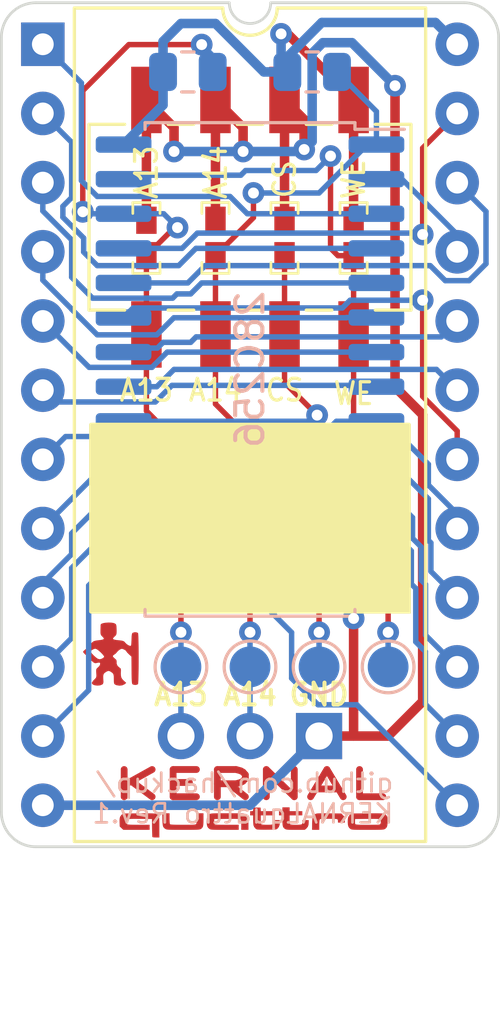
<source format=kicad_pcb>
(kicad_pcb (version 20211014) (generator pcbnew)
  (title_block (title "KERNALquattro") (rev "1") (company "www.hackup.net"))
  (layers (0 "F.Cu" signal) (31 "B.Cu" signal) (34 "B.Paste" user) (35 "F.Paste" user) (36 "B.SilkS" user "B.Silkscreen") (37 "F.SilkS" user "F.Silkscreen") (38 "B.Mask" user) (39 "F.Mask" user) (44 "Edge.Cuts" user))
  (net 0 "")
  (net 1 "/A7")
  (net 2 "/A6")
  (net 3 "/A5")
  (net 4 "/A4")
  (net 5 "/A3")
  (net 6 "/A2")
  (net 7 "/A1")
  (net 8 "/A0")
  (net 9 "/D0")
  (net 10 "/D1")
  (net 11 "/D2")
  (net 12 "GND")
  (net 13 "/D3")
  (net 14 "/D4")
  (net 15 "/D5")
  (net 16 "/D6")
  (net 17 "/D7")
  (net 18 "/A11")
  (net 19 "/A10")
  (net 20 "/A12")
  (net 21 "/A9")
  (net 22 "/A8")
  (net 23 "+5V")
  (net 24 "/A14")
  (net 25 "/A13")
  (net 26 "/OE")
  (net 27 "/CS")
  (net 28 "/WE")
  (footprint "Button_Switch_SMD:SW_DIP_SPSTx04_Slide_6.7x11.72mm_W8.61mm_P2.54mm_LowProfile" (layer "F.Cu") (at 118.364 68.834 90)
    (fp_text reference "SW1" hide)
    (fp_text value "DIP Switch")
  )
  (footprint "Library:SolderJumper-2_slim" (layer "F.Cu") (at 122.174 69.596 -90)
    (fp_text reference "JP4" hide)
    (fp_text value "WE")
  )
  (footprint "Library:SolderJumper-2_slim" (layer "F.Cu") (at 119.634 69.596 -90)
    (fp_text reference "JP3" hide)
    (fp_text value "CS")
  )
  (footprint "Logo:bigby3-cu" (layer "F.Cu") (at 113.284 84.836)
    (fp_text reference "G***" hide)
    (fp_text value "LOGO" hide)
  )
  (footprint "Library:quattro" (layer "F.Cu") (at 118.494243 91.061644)
    (fp_text reference "G***" hide)
    (fp_text value "LOGO" hide)
  )
  (footprint "Library:SolderJumper-2_slim" (layer "F.Cu") (at 114.554 69.596 -90)
    (fp_text reference "JP1" hide)
    (fp_text value "A13")
  )
  (footprint "Connector_PinHeader_2.54mm:PinHeader_1x03_P2.54mm_Horizontal" (layer "F.Cu") (at 120.904 87.884 -90)
    (fp_text reference "J1" hide)
    (fp_text value "Conn")
  )
  (footprint "Library:SolderJumper-2_slim" (layer "F.Cu") (at 117.094 69.596 -90)
    (fp_text reference "JP2" hide)
    (fp_text value "A14")
  )
  (footprint "Package_DIP:DIP-24_W15.24mm_Socket" (layer "F.Cu") (at 110.744 62.484)
    (fp_text reference "CN1" hide)
    (fp_text value "2364")
  )
  (footprint "Resistor_SMD:R_0805_2012Metric" (layer "B.Cu") (at 120.65 63.5)
    (fp_text reference "R2" hide)
    (fp_text value "10k")
  )
  (footprint "TestPoint:TestPoint_Pad_D1.5mm" (layer "B.Cu") (at 123.444 85.344 180)
    (fp_text reference "TP4" hide)
    (fp_text value "WE")
  )
  (footprint "Package_SO:SOIC-28W_7.5x17.9mm_P1.27mm" (layer "B.Cu") (at 118.364 74.422 180)
    (fp_text reference "U1" hide)
    (fp_text value "28C256")
  )
  (footprint "TestPoint:TestPoint_Pad_D1.5mm" (layer "B.Cu") (at 115.824 85.344 180)
    (fp_text reference "TP1" hide)
    (fp_text value "A13")
  )
  (footprint "Resistor_SMD:R_0805_2012Metric" (layer "B.Cu") (at 116.078 63.5)
    (fp_text reference "R1" hide)
    (fp_text value "10k")
  )
  (footprint "TestPoint:TestPoint_Pad_D1.5mm" (layer "B.Cu") (at 120.904 85.344 180)
    (fp_text reference "TP3" hide)
    (fp_text value "CS")
  )
  (footprint "TestPoint:TestPoint_Pad_D1.5mm" (layer "B.Cu") (at 118.364 85.344 180)
    (fp_text reference "TP2" hide)
    (fp_text value "A14")
  )
  (gr_poly (pts (xy 124.206 83.312) (xy 112.522 83.312) (xy 112.522 76.454) (xy 124.206 76.454)) (layer "F.SilkS") (width 0.15) (fill solid))
  (gr_arc (start 119.126 60.96) (mid 118.364 61.722) (end 117.602 60.96) (layer "Edge.Cuts") (width 0.1))
  (gr_arc (start 109.22 62.23) (mid 109.591974 61.331974) (end 110.49 60.96) (layer "Edge.Cuts") (width 0.1))
  (gr_arc (start 127.508 90.678) (mid 127.136026 91.576026) (end 126.238 91.948) (layer "Edge.Cuts") (width 0.1))
  (gr_arc (start 110.49 91.948) (mid 109.591974 91.576026) (end 109.22 90.678) (layer "Edge.Cuts") (width 0.1))
  (gr_line (start 127.508 62.23) (end 127.508 90.678) (layer "Edge.Cuts") (width 0.1))
  (gr_arc (start 126.238 60.96) (mid 127.136026 61.331974) (end 127.508 62.23) (layer "Edge.Cuts") (width 0.1))
  (gr_line (start 126.238 60.96) (end 119.126 60.96) (layer "Edge.Cuts") (width 0.1))
  (gr_line (start 126.238 91.948) (end 110.49 91.948) (layer "Edge.Cuts") (width 0.1))
  (gr_line (start 110.49 60.96) (end 117.602 60.96) (layer "Edge.Cuts") (width 0.1))
  (gr_line (start 109.22 90.678) (end 109.22 62.23) (layer "Edge.Cuts") (width 0.1))
  (gr_text "KERNAL" (at 118.364 89.662) (layer "F.Cu") (effects (font (size 1 1.8) (thickness 0.25))))
  (gr_text "github.com/hackup/\nKERNALquattro Rev.1" (at 123.698 90.17) (layer "B.SilkS") (effects (font (size 0.7 0.7) (thickness 0.1)) (justify left mirror)))
  (gr_text "GND" (at 120.904 86.36) (layer "F.SilkS") (effects (font (size 0.8 0.7))))
  (gr_text "A13" (at 115.824 86.36) (layer "F.SilkS") (effects (font (size 0.8 0.7))))
  (gr_text "A13" (at 114.554 75.184) (layer "F.SilkS") (effects (font (size 0.8 0.7) (thickness 0.12))))
  (gr_text "A14" (at 117.094 75.184) (layer "F.SilkS") (effects (font (size 0.8 0.7) (thickness 0.12))))
  (gr_text "WE" (at 122.174 75.311) (layer "F.SilkS") (effects (font (size 0.8 0.7) (thickness 0.12))))
  (gr_text "A14" (at 118.364 86.36) (layer "F.SilkS") (effects (font (size 0.8 0.7))))
  (gr_text "CS" (at 119.634 75.184) (layer "F.SilkS") (effects (font (size 0.8 0.7) (thickness 0.12))))
  (segment (start 112.744852 68.072) (end 112.163022 67.49017) (width 0.2) (layer "B.Cu") (net 1))
  (segment (start 112.163022 67.49017) (end 112.163022 63.903022) (width 0.2) (layer "B.Cu") (net 1))
  (segment (start 117.628755 68.072) (end 112.744852 68.072) (width 0.2) (layer "B.Cu") (net 1))
  (segment (start 112.163022 63.903022) (end 110.744 62.484) (width 0.2) (layer "B.Cu") (net 1))
  (segment (start 118.263755 68.707) (end 117.628755 68.072) (width 0.2) (layer "B.Cu") (net 1))
  (segment (start 123.014 68.707) (end 118.263755 68.707) (width 0.2) (layer "B.Cu") (net 1))
  (segment (start 115.741102 70.612) (end 112.744852 70.612) (width 0.2) (layer "B.Cu") (net 2))
  (segment (start 123.014 69.977) (end 116.376102 69.977) (width 0.2) (layer "B.Cu") (net 2))
  (segment (start 116.376102 69.977) (end 115.741102 70.612) (width 0.2) (layer "B.Cu") (net 2))
  (segment (start 112.246086 70.113234) (end 112.246086 69.599285) (width 0.2) (layer "B.Cu") (net 2))
  (segment (start 111.481499 68.433825) (end 111.803511 68.111813) (width 0.2) (layer "B.Cu") (net 2))
  (segment (start 111.481499 68.834698) (end 111.481499 68.433825) (width 0.2) (layer "B.Cu") (net 2))
  (segment (start 111.803511 68.111813) (end 111.803511 66.083511) (width 0.2) (layer "B.Cu") (net 2))
  (segment (start 112.744852 70.612) (end 112.246086 70.113234) (width 0.2) (layer "B.Cu") (net 2))
  (segment (start 111.803511 66.083511) (end 110.744 65.024) (width 0.2) (layer "B.Cu") (net 2))
  (segment (start 112.246086 69.599285) (end 111.481499 68.834698) (width 0.2) (layer "B.Cu") (net 2))
  (segment (start 116.585574 71.247) (end 123.014 71.247) (width 0.2) (layer "B.Cu") (net 3))
  (segment (start 115.518054 71.80652) (end 115.675085 71.649489) (width 0.2) (layer "B.Cu") (net 3))
  (segment (start 115.675085 71.649489) (end 116.183085 71.649489) (width 0.2) (layer "B.Cu") (net 3))
  (segment (start 110.744 67.564) (end 110.744 68.605624) (width 0.2) (layer "B.Cu") (net 3))
  (segment (start 112.57352 71.80652) (end 115.518054 71.80652) (width 0.2) (layer "B.Cu") (net 3))
  (segment (start 110.744 68.605624) (end 111.803511 69.665135) (width 0.2) (layer "B.Cu") (net 3))
  (segment (start 111.803511 69.665135) (end 111.803511 71.036511) (width 0.2) (layer "B.Cu") (net 3))
  (segment (start 111.803511 71.036511) (end 112.57352 71.80652) (width 0.2) (layer "B.Cu") (net 3))
  (segment (start 116.183085 71.649489) (end 116.585574 71.247) (width 0.2) (layer "B.Cu") (net 3))
  (segment (start 121.909735 72.525542) (end 115.562756 72.525542) (width 0.2) (layer "B.Cu") (net 4))
  (segment (start 123.014 72.517) (end 121.918278 72.517) (width 0.2) (layer "B.Cu") (net 4))
  (segment (start 111.803511 72.210659) (end 111.803511 72.205135) (width 0.2) (layer "B.Cu") (net 4))
  (segment (start 111.803511 72.205135) (end 110.744 71.145624) (width 0.2) (layer "B.Cu") (net 4))
  (segment (start 115.562756 72.525542) (end 114.936298 73.152) (width 0.2) (layer "B.Cu") (net 4))
  (segment (start 114.936298 73.152) (end 112.744852 73.152) (width 0.2) (layer "B.Cu") (net 4))
  (segment (start 121.918278 72.517) (end 121.909735 72.525542) (width 0.2) (layer "B.Cu") (net 4))
  (segment (start 112.744852 73.152) (end 111.803511 72.210659) (width 0.2) (layer "B.Cu") (net 4))
  (segment (start 110.744 71.145624) (end 110.744 70.104) (width 0.2) (layer "B.Cu") (net 4))
  (segment (start 123.014 73.787) (end 115.318148 73.787) (width 0.2) (layer "B.Cu") (net 5))
  (segment (start 114.758628 74.34652) (end 112.44652 74.34652) (width 0.2) (layer "B.Cu") (net 5))
  (segment (start 112.44652 74.34652) (end 110.744 72.644) (width 0.2) (layer "B.Cu") (net 5))
  (segment (start 115.318148 73.787) (end 114.758628 74.34652) (width 0.2) (layer "B.Cu") (net 5))
  (segment (start 115.492427 75.007999) (end 114.883906 75.61652) (width 0.2) (layer "B.Cu") (net 6))
  (segment (start 114.883906 75.61652) (end 111.17652 75.61652) (width 0.2) (layer "B.Cu") (net 6))
  (segment (start 123.014 75.057) (end 122.964999 75.007999) (width 0.2) (layer "B.Cu") (net 6))
  (segment (start 111.17652 75.61652) (end 110.744 75.184) (width 0.2) (layer "B.Cu") (net 6))
  (segment (start 122.964999 75.007999) (end 115.492427 75.007999) (width 0.2) (layer "B.Cu") (net 6))
  (segment (start 121.539 76.327) (end 123.014 76.327) (width 0.2) (layer "B.Cu") (net 7))
  (segment (start 120.97948 76.88652) (end 121.539 76.327) (width 0.2) (layer "B.Cu") (net 7))
  (segment (start 111.58148 76.88652) (end 120.97948 76.88652) (width 0.2) (layer "B.Cu") (net 7))
  (segment (start 110.744 77.724) (end 111.58148 76.88652) (width 0.2) (layer "B.Cu") (net 7))
  (segment (start 122.046574 77.597) (end 121.487054 78.15652) (width 0.2) (layer "B.Cu") (net 8))
  (segment (start 123.014 77.597) (end 122.046574 77.597) (width 0.2) (layer "B.Cu") (net 8))
  (segment (start 121.487054 78.15652) (end 112.820332 78.15652) (width 0.2) (layer "B.Cu") (net 8))
  (segment (start 112.820332 78.15652) (end 110.744 80.232852) (width 0.2) (layer "B.Cu") (net 8))
  (segment (start 110.744 80.232852) (end 110.744 80.264) (width 0.2) (layer "B.Cu") (net 8))
  (segment (start 112.744852 79.502) (end 111.803511 80.443341) (width 0.2) (layer "B.Cu") (net 9))
  (segment (start 111.803511 80.443341) (end 111.803511 81.204915) (width 0.2) (layer "B.Cu") (net 9))
  (segment (start 121.411574 79.502) (end 112.744852 79.502) (width 0.2) (layer "B.Cu") (net 9))
  (segment (start 110.744 82.264426) (end 110.744 82.804) (width 0.2) (layer "B.Cu") (net 9))
  (segment (start 123.014 78.867) (end 122.046574 78.867) (width 0.2) (layer "B.Cu") (net 9))
  (segment (start 111.803511 81.204915) (end 110.744 82.264426) (width 0.2) (layer "B.Cu") (net 9))
  (segment (start 122.046574 78.867) (end 121.411574 79.502) (width 0.2) (layer "B.Cu") (net 9))
  (segment (start 123.014 80.137) (end 122.171426 80.137) (width 0.2) (layer "B.Cu") (net 10))
  (segment (start 122.171426 80.137) (end 121.611906 80.69652) (width 0.2) (layer "B.Cu") (net 10))
  (segment (start 121.611906 80.69652) (end 112.820332 80.69652) (width 0.2) (layer "B.Cu") (net 10))
  (segment (start 111.803511 81.713341) (end 111.803511 84.284489) (width 0.2) (layer "B.Cu") (net 10))
  (segment (start 111.803511 84.284489) (end 110.744 85.344) (width 0.2) (layer "B.Cu") (net 10))
  (segment (start 112.820332 80.69652) (end 111.803511 81.713341) (width 0.2) (layer "B.Cu") (net 10))
  (segment (start 121.479857 82.042) (end 112.744852 82.042) (width 0.2) (layer "B.Cu") (net 11))
  (segment (start 122.738511 81.682489) (end 121.839368 81.682489) (width 0.2) (layer "B.Cu") (net 11))
  (segment (start 112.42948 86.19852) (end 110.744 87.884) (width 0.2) (layer "B.Cu") (net 11))
  (segment (start 121.839368 81.682489) (end 121.479857 82.042) (width 0.2) (layer "B.Cu") (net 11))
  (segment (start 112.42948 82.357372) (end 112.42948 86.19852) (width 0.2) (layer "B.Cu") (net 11))
  (segment (start 112.744852 82.042) (end 112.42948 82.357372) (width 0.2) (layer "B.Cu") (net 11))
  (segment (start 123.014 81.407) (end 122.738511 81.682489) (width 0.2) (layer "B.Cu") (net 11))
  (segment (start 118.11 66.421) (end 118.11 65.545) (width 0.35) (layer "F.Cu") (net 12))
  (segment (start 119.634 64.529) (end 120.355489 65.250489) (width 0.35) (layer "F.Cu") (net 12))
  (segment (start 123.698 75.067436) (end 123.698 64.008) (width 0.35) (layer "F.Cu") (net 12))
  (segment (start 118.11 65.545) (end 117.094 64.529) (width 0.35) (layer "F.Cu") (net 12))
  (segment (start 120.904 87.884) (end 122.174 87.884) (width 0.35) (layer "F.Cu") (net 12))
  (segment (start 120.355489 65.250489) (end 120.355489 66.347943) (width 0.35) (layer "F.Cu") (net 12))
  (segment (start 114.554 68.946) (end 114.554 64.529) (width 0.35) (layer "F.Cu") (net 12))
  (segment (start 115.57 65.545) (end 114.554 64.529) (width 0.35) (layer "F.Cu") (net 12))
  (segment (start 123.444 87.884) (end 124.714 86.614) (width 0.35) (layer "F.Cu") (net 12))
  (segment (start 124.714 86.614) (end 124.714 76.083436) (width 0.35) (layer "F.Cu") (net 12))
  (segment (start 115.57 66.421) (end 115.57 65.545) (width 0.35) (layer "F.Cu") (net 12))
  (segment (start 124.714 76.083436) (end 123.698 75.067436) (width 0.35) (layer "F.Cu") (net 12))
  (segment (start 122.174 83.566) (end 122.174 87.884) (width 0.35) (layer "F.Cu") (net 12))
  (segment (start 119.634 68.946) (end 119.634 64.529) (width 0.35) (layer "F.Cu") (net 12))
  (segment (start 117.094 68.946) (end 117.094 64.529) (width 0.35) (layer "F.Cu") (net 12))
  (segment (start 122.174 87.884) (end 123.444 87.884) (width 0.35) (layer "F.Cu") (net 12))
  (via (at 115.57 66.421) (size 0.8) (drill 0.4) (layers "F.Cu" "B.Cu") (net 12))
  (via (at 120.355489 66.347943) (size 0.8) (drill 0.4) (layers "F.Cu" "B.Cu") (net 12))
  (via (at 122.174 83.566) (size 0.8) (drill 0.4) (layers "F.Cu" "B.Cu") (net 12))
  (via (at 118.11 66.421) (size 0.8) (drill 0.4) (layers "F.Cu" "B.Cu") (net 12))
  (via (at 123.698 64.008) (size 0.8) (drill 0.4) (layers "F.Cu" "B.Cu") (net 12))
  (segment (start 121.041316 62.42548) (end 120.65 62.816796) (width 0.35) (layer "B.Cu") (net 12))
  (segment (start 120.65 62.816796) (end 120.65 66.053432) (width 0.35) (layer "B.Cu") (net 12))
  (segment (start 118.11 66.421) (end 115.57 66.421) (width 0.35) (layer "B.Cu") (net 12))
  (segment (start 122.174 83.566) (end 122.174 83.517) (width 0.35) (layer "B.Cu") (net 12))
  (segment (start 118.11 66.421) (end 120.282432 66.421) (width 0.35) (layer "B.Cu") (net 12))
  (segment (start 118.364 90.424) (end 120.904 87.884) (width 0.35) (layer "B.Cu") (net 12))
  (segment (start 110.744 90.424) (end 118.364 90.424) (width 0.35) (layer "B.Cu") (net 12))
  (segment (start 123.698 64.008) (end 122.11548 62.42548) (width 0.35) (layer "B.Cu") (net 12))
  (segment (start 120.282432 66.421) (end 120.355489 66.347943) (width 0.35) (layer "B.Cu") (net 12))
  (segment (start 122.174 83.517) (end 123.014 82.677) (width 0.35) (layer "B.Cu") (net 12))
  (segment (start 120.65 66.053432) (end 120.355489 66.347943) (width 0.35) (layer "B.Cu") (net 12))
  (segment (start 122.11548 62.42548) (end 121.041316 62.42548) (width 0.35) (layer "B.Cu") (net 12))
  (segment (start 118.491 82.677) (end 119.894489 84.080489) (width 0.2) (layer "B.Cu") (net 13))
  (segment (start 119.894489 85.762154) (end 120.866824 86.734489) (width 0.2) (layer "B.Cu") (net 13))
  (segment (start 113.714 82.677) (end 118.491 82.677) (width 0.2) (layer "B.Cu") (net 13))
  (segment (start 122.294489 86.734489) (end 125.984 90.424) (width 0.2) (layer "B.Cu") (net 13))
  (segment (start 120.866824 86.734489) (end 122.294489 86.734489) (width 0.2) (layer "B.Cu") (net 13))
  (segment (start 119.894489 84.080489) (end 119.894489 85.762154) (width 0.2) (layer "B.Cu") (net 13))
  (segment (start 124.46 82.462283) (end 124.46 84.423909) (width 0.2) (layer "B.Cu") (net 14))
  (segment (start 124.46 84.423909) (end 124.813022 84.776932) (width 0.2) (layer "B.Cu") (net 14))
  (segment (start 124.813022 84.776932) (end 124.813022 86.713022) (width 0.2) (layer "B.Cu") (net 14))
  (segment (start 122.044852 80.772) (end 123.983148 80.772) (width 0.2) (layer "B.Cu") (net 14))
  (segment (start 124.298511 81.087363) (end 124.298511 82.300794) (width 0.2) (layer "B.Cu") (net 14))
  (segment (start 121.409852 81.407) (end 122.044852 80.772) (width 0.2) (layer "B.Cu") (net 14))
  (segment (start 123.983148 80.772) (end 124.298511 81.087363) (width 0.2) (layer "B.Cu") (net 14))
  (segment (start 124.813022 86.713022) (end 125.984 87.884) (width 0.2) (layer "B.Cu") (net 14))
  (segment (start 124.298511 82.300794) (end 124.46 82.462283) (width 0.2) (layer "B.Cu") (net 14))
  (segment (start 113.714 81.407) (end 121.409852 81.407) (width 0.2) (layer "B.Cu") (net 14))
  (segment (start 124.342659 79.861511) (end 124.342659 80.623085) (width 0.2) (layer "B.Cu") (net 15))
  (segment (start 113.714 80.137) (end 121.285 80.137) (width 0.2) (layer "B.Cu") (net 15))
  (segment (start 121.92 79.502) (end 123.983148 79.502) (width 0.2) (layer "B.Cu") (net 15))
  (segment (start 121.285 80.137) (end 121.92 79.502) (width 0.2) (layer "B.Cu") (net 15))
  (segment (start 124.819511 84.179511) (end 125.984 85.344) (width 0.2) (layer "B.Cu") (net 15))
  (segment (start 124.658031 80.938458) (end 124.658031 82.151888) (width 0.2) (layer "B.Cu") (net 15))
  (segment (start 124.819511 82.313369) (end 124.819511 84.179511) (width 0.2) (layer "B.Cu") (net 15))
  (segment (start 123.983148 79.502) (end 124.342659 79.861511) (width 0.2) (layer "B.Cu") (net 15))
  (segment (start 124.658031 82.151888) (end 124.819511 82.313369) (width 0.2) (layer "B.Cu") (net 15))
  (segment (start 124.342659 80.623085) (end 124.658031 80.938458) (width 0.2) (layer "B.Cu") (net 15))
  (segment (start 125.017542 81.837542) (end 125.984 82.804) (width 0.2) (layer "B.Cu") (net 16))
  (segment (start 123.983148 78.232) (end 124.924489 79.173341) (width 0.2) (layer "B.Cu") (net 16))
  (segment (start 113.714 78.867) (end 121.285 78.867) (width 0.2) (layer "B.Cu") (net 16))
  (segment (start 125.017542 80.789544) (end 125.017542 81.837542) (width 0.2) (layer "B.Cu") (net 16))
  (segment (start 121.92 78.232) (end 123.983148 78.232) (width 0.2) (layer "B.Cu") (net 16))
  (segment (start 124.924489 79.173341) (end 124.924489 80.69649) (width 0.2) (layer "B.Cu") (net 16))
  (segment (start 124.924489 80.69649) (end 125.017542 80.789544) (width 0.2) (layer "B.Cu") (net 16))
  (segment (start 121.285 78.867) (end 121.92 78.232) (width 0.2) (layer "B.Cu") (net 16))
  (segment (start 121.158 77.597) (end 121.71752 77.03748) (width 0.2) (layer "B.Cu") (net 17))
  (segment (start 125.984 79.724426) (end 125.984 80.264) (width 0.2) (layer "B.Cu") (net 17))
  (segment (start 124.058628 77.03748) (end 124.924489 77.903341) (width 0.2) (layer "B.Cu") (net 17))
  (segment (start 124.924489 78.664915) (end 125.984 79.724426) (width 0.2) (layer "B.Cu") (net 17))
  (segment (start 124.924489 77.903341) (end 124.924489 78.664915) (width 0.2) (layer "B.Cu") (net 17))
  (segment (start 113.714 77.597) (end 121.158 77.597) (width 0.2) (layer "B.Cu") (net 17))
  (segment (start 121.71752 77.03748) (end 124.058628 77.03748) (width 0.2) (layer "B.Cu") (net 17))
  (segment (start 125.984 76.682376) (end 125.984 77.724) (width 0.2) (layer "F.Cu") (net 18))
  (segment (start 124.714 71.882) (end 124.714 75.412376) (width 0.2) (layer "F.Cu") (net 18))
  (segment (start 124.714 75.412376) (end 125.984 76.682376) (width 0.2) (layer "F.Cu") (net 18))
  (via (at 124.714 71.882) (size 0.8) (drill 0.4) (layers "F.Cu" "B.Cu") (net 18))
  (segment (start 121.760821 72.166031) (end 122.044852 71.882) (width 0.2) (layer "B.Cu") (net 18))
  (segment (start 122.044852 71.882) (end 124.714 71.882) (width 0.2) (layer "B.Cu") (net 18))
  (segment (start 113.714 72.517) (end 114.064969 72.166031) (width 0.2) (layer "B.Cu") (net 18))
  (segment (start 114.064969 72.166031) (end 121.760821 72.166031) (width 0.2) (layer "B.Cu") (net 18))
  (segment (start 113.714 75.057) (end 114.935 75.057) (width 0.2) (layer "B.Cu") (net 19))
  (segment (start 125.222 74.422) (end 125.984 75.184) (width 0.2) (layer "B.Cu") (net 19))
  (segment (start 114.935 75.057) (end 115.57 74.422) (width 0.2) (layer "B.Cu") (net 19))
  (segment (start 115.57 74.422) (end 125.222 74.422) (width 0.2) (layer "B.Cu") (net 19))
  (segment (start 123.952 67.437) (end 123.014 67.437) (width 0.2) (layer "B.Cu") (net 20))
  (segment (start 125.984 69.469) (end 123.952 67.437) (width 0.2) (layer "B.Cu") (net 20))
  (segment (start 125.984 70.104) (end 125.984 69.469) (width 0.2) (layer "B.Cu") (net 20))
  (segment (start 124.993624 70.612) (end 125.545135 71.163511) (width 0.2) (layer "B.Cu") (net 21))
  (segment (start 116.712148 70.612) (end 124.993624 70.612) (width 0.2) (layer "B.Cu") (net 21))
  (segment (start 127.043511 68.623511) (end 125.984 67.564) (width 0.2) (layer "B.Cu") (net 21))
  (segment (start 113.714 71.247) (end 116.077148 71.247) (width 0.2) (layer "B.Cu") (net 21))
  (segment (start 127.043511 70.542865) (end 127.043511 68.623511) (width 0.2) (layer "B.Cu") (net 21))
  (segment (start 116.077148 71.247) (end 116.712148 70.612) (width 0.2) (layer "B.Cu") (net 21))
  (segment (start 125.545135 71.163511) (end 126.422865 71.163511) (width 0.2) (layer "B.Cu") (net 21))
  (segment (start 126.422865 71.163511) (end 127.043511 70.542865) (width 0.2) (layer "B.Cu") (net 21))
  (segment (start 124.714 66.294) (end 125.984 65.024) (width 0.2) (layer "F.Cu") (net 22))
  (segment (start 124.714 69.469) (end 124.714 66.294) (width 0.2) (layer "F.Cu") (net 22))
  (via (at 124.714 69.469) (size 0.8) (drill 0.4) (layers "F.Cu" "B.Cu") (net 22))
  (segment (start 115.867676 69.977) (end 116.427196 69.41748) (width 0.2) (layer "B.Cu") (net 22))
  (segment (start 113.714 69.977) (end 115.867676 69.977) (width 0.2) (layer "B.Cu") (net 22))
  (segment (start 124.66248 69.41748) (end 124.714 69.469) (width 0.2) (layer "B.Cu") (net 22))
  (segment (start 116.427196 69.41748) (end 124.66248 69.41748) (width 0.2) (layer "B.Cu") (net 22))
  (segment (start 122.174 68.946) (end 122.174 64.529) (width 0.35) (layer "F.Cu") (net 23))
  (segment (start 119.748 62.103) (end 119.507 62.103) (width 0.35) (layer "F.Cu") (net 23))
  (segment (start 122.174 64.529) (end 119.748 62.103) (width 0.35) (layer "F.Cu") (net 23))
  (via (at 119.507 62.103) (size 0.8) (drill 0.4) (layers "F.Cu" "B.Cu") (net 23))
  (segment (start 125.184001 61.684001) (end 121.005669 61.684001) (width 0.35) (layer "B.Cu") (net 23))
  (segment (start 119.7375 62.95217) (end 119.7375 63.5) (width 0.35) (layer "B.Cu") (net 23))
  (segment (start 125.984 62.484) (end 125.184001 61.684001) (width 0.35) (layer "B.Cu") (net 23))
  (segment (start 121.005669 61.684001) (end 119.7375 62.95217) (width 0.35) (layer "B.Cu") (net 23))
  (segment (start 115.824 61.722) (end 117.094 61.722) (width 0.35) (layer "B.Cu") (net 23))
  (segment (start 117.094 61.722) (end 118.872 63.5) (width 0.35) (layer "B.Cu") (net 23))
  (segment (start 115.1655 63.5) (end 115.1655 62.3805) (width 0.35) (layer "B.Cu") (net 23))
  (segment (start 119.507 62.103) (end 119.507 63.2695) (width 0.35) (layer "B.Cu") (net 23))
  (segment (start 115.1655 64.7155) (end 113.714 66.167) (width 0.35) (layer "B.Cu") (net 23))
  (segment (start 119.507 63.2695) (end 119.7375 63.5) (width 0.35) (layer "B.Cu") (net 23))
  (segment (start 115.1655 63.5) (end 115.1655 64.7155) (width 0.35) (layer "B.Cu") (net 23))
  (segment (start 118.872 63.5) (end 119.7375 63.5) (width 0.35) (layer "B.Cu") (net 23))
  (segment (start 115.1655 62.3805) (end 115.824 61.722) (width 0.35) (layer "B.Cu") (net 23))
  (segment (start 118.491 67.945) (end 118.491 68.849) (width 0.2) (layer "F.Cu") (net 24))
  (segment (start 118.364 76.962) (end 117.094 75.692) (width 0.2) (layer "F.Cu") (net 24))
  (segment (start 117.094 75.692) (end 117.094 73.139) (width 0.2) (layer "F.Cu") (net 24))
  (segment (start 118.491 68.849) (end 117.094 70.246) (width 0.2) (layer "F.Cu") (net 24))
  (segment (start 117.094 70.246) (end 117.094 73.139) (width 0.2) (layer "F.Cu") (net 24))
  (segment (start 118.364 84.074) (end 118.364 76.962) (width 0.2) (layer "F.Cu") (net 24))
  (via (at 118.491 67.945) (size 0.8) (drill 0.4) (layers "F.Cu" "B.Cu") (net 24))
  (via (at 118.364 84.074) (size 0.8) (drill 0.4) (layers "F.Cu" "B.Cu") (net 24))
  (segment (start 121.539 67.307852) (end 121.539 67.31) (width 0.2) (layer "B.Cu") (net 24))
  (segment (start 120.904 67.945) (end 118.491 67.945) (width 0.2) (layer "B.Cu") (net 24))
  (segment (start 118.364 87.884) (end 118.364 85.344) (width 0.2) (layer "B.Cu") (net 24))
  (segment (start 123.014 64.9515) (end 121.5625 63.5) (width 0.2) (layer "B.Cu") (net 24))
  (segment (start 123.014 66.167) (end 122.679852 66.167) (width 0.2) (layer "B.Cu") (net 24))
  (segment (start 121.539 67.31) (end 120.904 67.945) (width 0.2) (layer "B.Cu") (net 24))
  (segment (start 122.679852 66.167) (end 121.539 67.307852) (width 0.2) (layer "B.Cu") (net 24))
  (segment (start 118.364 85.344) (end 118.364 84.074) (width 0.2) (layer "B.Cu") (net 24))
  (segment (start 123.014 66.167) (end 123.014 64.9515) (width 0.2) (layer "B.Cu") (net 24))
  (segment (start 113.9065 62.4965) (end 116.586 62.4965) (width 0.2) (layer "F.Cu") (net 25))
  (segment (start 112.213744 64.189256) (end 113.9065 62.4965) (width 0.2) (layer "F.Cu") (net 25))
  (segment (start 114.554 70.246) (end 114.554 73.139) (width 0.2) (layer "F.Cu") (net 25))
  (segment (start 115.697 69.215) (end 115.585 69.215) (width 0.2) (layer "F.Cu") (net 25))
  (segment (start 115.824 77.216) (end 114.554 75.946) (width 0.2) (layer "F.Cu") (net 25))
  (segment (start 115.585 69.215) (end 114.554 70.246) (width 0.2) (layer "F.Cu") (net 25))
  (segment (start 112.213744 68.634256) (end 112.213744 64.189256) (width 0.2) (layer "F.Cu") (net 25))
  (segment (start 114.554 75.946) (end 114.554 73.139) (width 0.2) (layer "F.Cu") (net 25))
  (segment (start 115.824 84.074) (end 115.824 77.216) (width 0.2) (layer "F.Cu") (net 25))
  (via (at 112.213744 68.634256) (size 0.8) (drill 0.4) (layers "F.Cu" "B.Cu") (net 25))
  (via (at 115.697 69.215) (size 0.8) (drill 0.4) (layers "F.Cu" "B.Cu") (net 25))
  (via (at 116.586 62.4965) (size 0.8) (drill 0.4) (layers "F.Cu" "B.Cu") (net 25))
  (via (at 115.824 84.074) (size 0.8) (drill 0.4) (layers "F.Cu" "B.Cu") (net 25))
  (segment (start 115.189 68.707) (end 115.697 69.215) (width 0.2) (layer "B.Cu") (net 25))
  (segment (start 116.9905 63.5) (end 116.9905 62.901) (width 0.2) (layer "B.Cu") (net 25))
  (segment (start 113.714 68.707) (end 112.286488 68.707) (width 0.2) (layer "B.Cu") (net 25))
  (segment (start 116.9905 62.901) (end 116.586 62.4965) (width 0.2) (layer "B.Cu") (net 25))
  (segment (start 113.714 68.707) (end 115.189 68.707) (width 0.2) (layer "B.Cu") (net 25))
  (segment (start 115.824 85.344) (end 115.824 84.074) (width 0.2) (layer "B.Cu") (net 25))
  (segment (start 115.824 87.884) (end 115.824 85.344) (width 0.2) (layer "B.Cu") (net 25))
  (segment (start 112.286488 68.707) (end 112.213744 68.634256) (width 0.2) (layer "B.Cu") (net 25))
  (segment (start 114.958636 73.638086) (end 115.169234 73.427489) (width 0.2) (layer "B.Cu") (net 26))
  (segment (start 115.169234 73.427489) (end 116.183085 73.427489) (width 0.2) (layer "B.Cu") (net 26))
  (segment (start 125.40052 73.22748) (end 125.984 72.644) (width 0.2) (layer "B.Cu") (net 26))
  (segment (start 116.183085 73.427489) (end 116.383094 73.22748) (width 0.2) (layer "B.Cu") (net 26))
  (segment (start 116.383094 73.22748) (end 125.40052 73.22748) (width 0.2) (layer "B.Cu") (net 26))
  (segment (start 113.862914 73.638086) (end 114.958636 73.638086) (width 0.2) (layer "B.Cu") (net 26))
  (segment (start 113.714 73.787) (end 113.862914 73.638086) (width 0.2) (layer "B.Cu") (net 26))
  (segment (start 120.832514 76.100812) (end 119.634 74.902298) (width 0.2) (layer "F.Cu") (net 27))
  (segment (start 119.634 70.246) (end 119.634 73.139) (width 0.2) (layer "F.Cu") (net 27))
  (segment (start 120.904 84.074) (end 120.904 76.172298) (width 0.2) (layer "F.Cu") (net 27))
  (segment (start 119.634 74.902298) (end 119.634 73.139) (width 0.2) (layer "F.Cu") (net 27))
  (segment (start 120.904 76.172298) (end 120.832514 76.100812) (width 0.2) (layer "F.Cu") (net 27))
  (via (at 120.832514 76.100812) (size 0.8) (drill 0.4) (layers "F.Cu" "B.Cu") (net 27))
  (via (at 120.904 84.074) (size 0.8) (drill 0.4) (layers "F.Cu" "B.Cu") (net 27))
  (segment (start 120.606326 76.327) (end 120.832514 76.100812) (width 0.2) (layer "B.Cu") (net 27))
  (segment (start 113.714 76.327) (end 120.606326 76.327) (width 0.2) (layer "B.Cu") (net 27))
  (segment (start 120.904 85.344) (end 120.904 84.074) (width 0.2) (layer "B.Cu") (net 27))
  (segment (start 121.599 70.246) (end 121.325589 69.972589) (width 0.2) (layer "F.Cu") (net 28))
  (segment (start 122.174 70.246) (end 121.599 70.246) (width 0.2) (layer "F.Cu") (net 28))
  (segment (start 123.444 84.074) (end 123.444 77.597) (width 0.2) (layer "F.Cu") (net 28))
  (segment (start 121.325589 69.972589) (end 121.325589 66.588589) (width 0.2) (layer "F.Cu") (net 28))
  (segment (start 123.444 77.597) (end 122.174 76.327) (width 0.2) (layer "F.Cu") (net 28))
  (segment (start 122.174 76.327) (end 122.174 73.139) (width 0.2) (layer "F.Cu") (net 28))
  (segment (start 122.174 70.246) (end 122.174 73.139) (width 0.2) (layer "F.Cu") (net 28))
  (via (at 121.325589 66.588589) (size 0.8) (drill 0.4) (layers "F.Cu" "B.Cu") (net 28))
  (via (at 123.444 84.074) (size 0.8) (drill 0.4) (layers "F.Cu" "B.Cu") (net 28))
  (segment (start 118.201256 67.118499) (end 120.795679 67.118499) (width 0.2) (layer "B.Cu") (net 28))
  (segment (start 120.795679 67.118499) (end 121.325589 66.588589) (width 0.2) (layer "B.Cu") (net 28))
  (segment (start 118.028266 67.291489) (end 118.201256 67.118499) (width 0.2) (layer "B.Cu") (net 28))
  (segment (start 123.444 85.344) (end 123.444 84.074) (width 0.2) (layer "B.Cu") (net 28))
  (segment (start 113.714 67.437) (end 113.859511 67.291489) (width 0.2) (layer "B.Cu") (net 28))
  (segment (start 113.859511 67.291489) (end 118.028266 67.291489) (width 0.2) (layer "B.Cu") (net 28))
)
</source>
